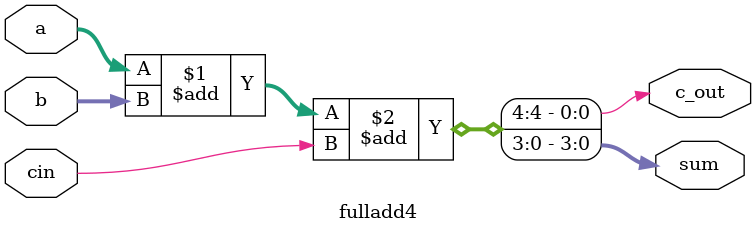
<source format=v>
module fulladd4(sum , c_out , a , b, cin );
	output [3:0] sum ;
	output c_out;
	input [3:0] a , b ;
	input cin ;

	assign { c_out , sum } = a +b  +cin ;
endmodule 

</source>
